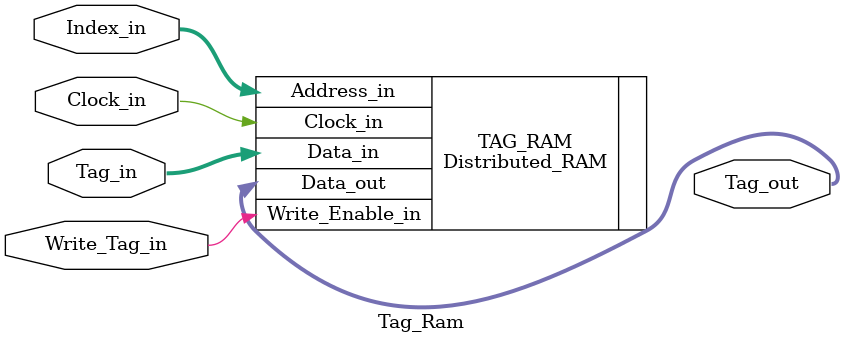
<source format=v>
`timescale 1ns / 1ps
module Tag_Ram(
	 input [3:0] Index_in,
	 input [18:0] Tag_in,
	 input Clock_in,
    input Write_Tag_in,
    output [18:0] Tag_out
    );

			Distributed_RAM #(4,19,16) TAG_RAM(
				.Clock_in			(Clock_in),
				.Write_Enable_in	(Write_Tag_in),
				.Address_in			(Index_in),
				.Data_in				(Tag_in),
				.Data_out			(Tag_out)
			);

endmodule

</source>
